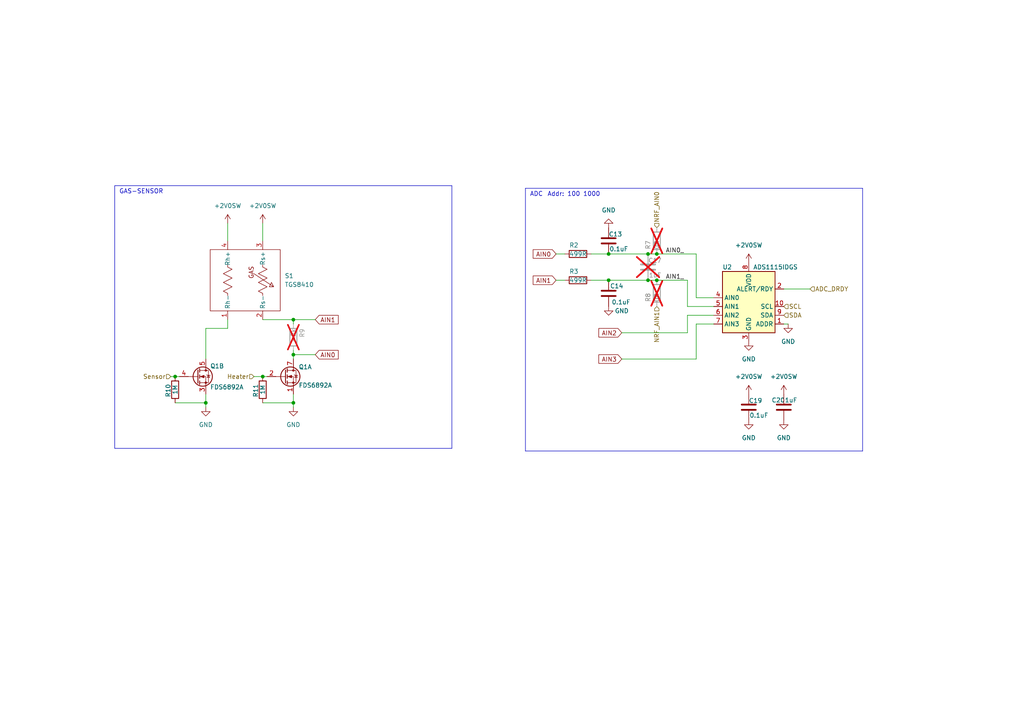
<source format=kicad_sch>
(kicad_sch (version 20231120) (generator "eeschema") (generator_version "8.0")
  (paper "A4")
  (lib_symbols
    (symbol "Analog_ADC:ADS1115IDGS"
      (property "Reference" "U" (at 2.54 13.97 0))
      (property "Value" "ADS1115IDGS" (at 7.62 11.43 0))
      (symbol "ADS1115IDGS_0_1"
        (rectangle (start -7.62 10.16) (end 7.62 -7.62) (stroke (width 0.254)) (fill (type background)))
      )
      (symbol "ADS1115IDGS_1_1"
        (pin input line (at 10.16 -5.08 180) (length 2.54) (name "ADDR") (number "1"))
        (pin input line (at 10.16 0 180) (length 2.54) (name "SCL") (number "10"))
        (pin output line (at 10.16 5.08 180) (length 2.54) (name "ALERT/RDY") (number "2"))
        (pin power_in line (at 0 -10.16 90) (length 2.54) (name "GND") (number "3"))
        (pin input line (at -10.16 2.54 0) (length 2.54) (name "AIN0") (number "4"))
        (pin input line (at -10.16 0 0) (length 2.54) (name "AIN1") (number "5"))
        (pin input line (at -10.16 -2.54 0) (length 2.54) (name "AIN2") (number "6"))
        (pin input line (at -10.16 -5.08 0) (length 2.54) (name "AIN3") (number "7"))
        (pin power_in line (at 0 12.7 270) (length 2.54) (name "VDD") (number "8"))
        (pin bidirectional line (at 10.16 -2.54 180) (length 2.54) (name "SDA") (number "9"))
      )
    )
    (symbol "Library:C" (pin_numbers hide) (pin_names (offset 0.254))
      (property "Reference" "C" (at 0.635 2.54 0))
      (property "Value" "C" (at 0.635 -2.54 0))
      (symbol "C_0_1"
        (polyline (pts (xy -2.032 -0.762) (xy 2.032 -0.762)) (stroke (width 0.508)))
        (polyline (pts (xy -2.032 0.762) (xy 2.032 0.762)) (stroke (width 0.508)))
      )
      (symbol "C_1_1"
        (pin passive line (at 0 3.81 270) (length 2.794) (name "~") (number "1"))
        (pin passive line (at 0 -3.81 90) (length 2.794) (name "~") (number "2"))
      )
    )
    (symbol "Library:R" (pin_numbers hide) (pin_names (offset 0))
      (property "Reference" "R" (at 2.032 0 90))
      (property "Value" "R" (at 0 0 90))
      (symbol "R_0_1"
        (rectangle (start -1.016 -2.54) (end 1.016 2.54) (stroke (width 0.254)))
      )
      (symbol "R_1_1"
        (pin passive line (at 0 3.81 270) (length 1.27) (name "~") (number "1"))
        (pin passive line (at 0 -3.81 90) (length 1.27) (name "~") (number "2"))
      )
    )
    (symbol "Methansense:TGS8410"
      (property "Reference" "S" (at -8.128 11.176 0))
      (property "Value" "TGS8410" (at 0 0 0))
      (symbol "TGS8410_0_1"
        (rectangle (start -8.89 10.16) (end 8.89 -10.16))
        (polyline (pts (xy -1.905 2.54) (xy 1.905 8.255) (xy 0.635 7.62) (xy 1.905 6.985) (xy 1.905 8.255)))
        (polyline (pts (xy -3.81 -5.08) (xy -4.445 -5.08) (xy -3.81 -5.08) (xy -3.81 -5.08) (xy -3.175 -3.81) (xy -1.905 -6.35) (xy -0.635 -3.81) (xy 0.635 -6.35) (xy 1.905 -3.81) (xy 3.175 -6.35) (xy 3.81 -5.08) (xy 3.81 -5.08) (xy 4.445 -5.08)))
        (polyline (pts (xy -3.81 5.08) (xy -4.445 5.08) (xy -3.81 5.08) (xy -3.81 5.08) (xy -3.175 6.35) (xy -1.905 3.81) (xy -0.635 6.35) (xy 0.635 3.81) (xy 1.905 6.35) (xy 3.175 3.81) (xy 3.81 5.08) (xy 3.81 5.08) (xy 4.445 5.08)))
      )
      (symbol "TGS8410_1_1"
        (text "GAS\n" (at -2.286 1.778 0) (effects (font (size 1.27 1.27))))
        (pin power_out line (at 11.43 -5.08 180) (length 2.54) (name "Rh-") (number "1"))
        (pin power_out line (at 11.43 5.08 180) (length 2.54) (name "Rs-") (number "2"))
        (pin power_in line (at -11.43 5.08 0) (length 2.54) (name "Rs+") (number "3"))
        (pin power_in line (at -11.43 -5.08 0) (length 2.54) (name "Rh+") (number "4"))
      )
    )
    (symbol "Transistor_FET:DMG9926USD" (pin_names hide)
      (property "Reference" "Q" (at 5.08 1.905 0))
      (property "Value" "FDS6892A" (at 5.08 0 0))
      (symbol "DMG9926USD_0_1"
        (polyline (pts (xy 0.254 0) (xy -2.54 0)))
        (polyline (pts (xy 0.254 1.905) (xy 0.254 -1.905)) (stroke (width 0.254)))
        (polyline (pts (xy 0.762 -1.27) (xy 0.762 -2.286)) (stroke (width 0.254)))
        (polyline (pts (xy 0.762 0.508) (xy 0.762 -0.508)) (stroke (width 0.254)))
        (polyline (pts (xy 0.762 2.286) (xy 0.762 1.27)) (stroke (width 0.254)))
        (polyline (pts (xy 2.54 2.54) (xy 2.54 1.778)))
        (polyline (pts (xy 2.54 -2.54) (xy 2.54 0) (xy 0.762 0)))
        (polyline (pts (xy 0.762 -1.778) (xy 3.302 -1.778) (xy 3.302 1.778) (xy 0.762 1.778)))
        (polyline (pts (xy 1.016 0) (xy 2.032 0.381) (xy 2.032 -0.381) (xy 1.016 0)) (fill (type outline)))
        (polyline (pts (xy 2.794 0.508) (xy 2.921 0.381) (xy 3.683 0.381) (xy 3.81 0.254)))
        (polyline (pts (xy 3.302 0.381) (xy 2.921 -0.254) (xy 3.683 -0.254) (xy 3.302 0.381)))
        (circle (center 1.651 0) (radius 2.794) (stroke (width 0.254)))
        (circle (center 2.54 -1.778) (radius 0.254) (fill (type outline)))
        (circle (center 2.54 1.778) (radius 0.254) (fill (type outline)))
      )
      (symbol "DMG9926USD_1_1"
        (pin passive line (at 2.54 -5.08 90) (length 2.54) (name "S1") (number "1"))
        (pin passive line (at -5.08 0 0) (length 2.54) (name "G1") (number "2"))
        (pin passive line (at 2.54 5.08 270) (length 2.54) (name "D1") (number "7"))
        (pin passive line (at 2.54 5.08 270) (length 2.54) hide (name "D1") (number "8"))
      )
      (symbol "DMG9926USD_2_1"
        (pin passive line (at 2.54 -5.08 90) (length 2.54) (name "S2") (number "3"))
        (pin passive line (at -5.08 0 0) (length 2.54) (name "G2") (number "4"))
        (pin passive line (at 2.54 5.08 270) (length 2.54) (name "D2") (number "5"))
        (pin passive line (at 2.54 5.08 270) (length 2.54) hide (name "D2") (number "6"))
      )
    )
    (symbol "power:+1V8" (power) (pin_numbers hide) (pin_names (offset 0) hide)
      (property "Value" "+1V8" (at 0 3.556 0))
      (symbol "+1V8_0_1"
        (polyline (pts (xy -0.762 1.27) (xy 0 2.54)))
        (polyline (pts (xy 0 0) (xy 0 2.54)))
        (polyline (pts (xy 0 2.54) (xy 0.762 1.27)))
      )
      (symbol "+1V8_1_1"
        (pin power_in line (at 0 0 90) (length 0) (name "~") (number "1"))
      )
    )
    (symbol "power:GND" (power) (pin_names (offset 0))
      (property "Value" "GND" (at 0 -3.81 0))
      (symbol "GND_0_1"
        (polyline (pts (xy 0 0) (xy 0 -1.27) (xy 1.27 -1.27) (xy 0 -2.54) (xy -1.27 -1.27) (xy 0 -1.27)))
      )
      (symbol "GND_1_1"
        (pin power_in line (at 0 0 270) (length 0) hide (name "GND") (number "1"))
      )
    )
  )
  (junction (at 85.09 92.71))
  (junction (at 176.53 81.28))
  (junction (at 50.8 109.22))
  (junction (at 59.69 116.84))
  (junction (at 85.09 116.84))
  (junction (at 190.5 81.28))
  (junction (at 176.53 73.66))
  (junction (at 187.96 73.66))
  (junction (at 187.96 81.28))
  (junction (at 76.2 109.22))
  (junction (at 190.5 73.66))
  (junction (at 85.09 102.87))
  (wire (pts (xy 85.09 92.71) (xy 76.2 92.71)))
  (polyline (pts (xy 152.4 54.61) (xy 152.4 130.81)))
  (wire (pts (xy 199.39 88.9) (xy 207.01 88.9)))
  (wire (pts (xy 201.93 93.98) (xy 201.93 104.14)))
  (wire (pts (xy 199.39 96.52) (xy 199.39 91.44)))
  (wire (pts (xy 66.04 95.25) (xy 66.04 92.71)))
  (polyline (pts (xy 131.064 53.848) (xy 33.274 53.848)))
  (wire (pts (xy 76.2 64.77) (xy 76.2 69.85)))
  (wire (pts (xy 73.66 109.22) (xy 76.2 109.22)))
  (wire (pts (xy 50.8 109.22) (xy 52.07 109.22)))
  (wire (pts (xy 228.6 93.98) (xy 227.33 93.98)))
  (polyline (pts (xy 250.19 130.81) (xy 152.4 130.81)))
  (wire (pts (xy 50.8 116.84) (xy 59.69 116.84)))
  (wire (pts (xy 161.29 73.66) (xy 163.83 73.66)))
  (wire (pts (xy 85.09 116.84) (xy 85.09 114.3)))
  (wire (pts (xy 199.39 91.44) (xy 207.01 91.44)))
  (wire (pts (xy 199.39 81.28) (xy 199.39 88.9)))
  (wire (pts (xy 190.5 81.28) (xy 199.39 81.28)))
  (wire (pts (xy 171.45 73.66) (xy 176.53 73.66)))
  (wire (pts (xy 176.53 73.66) (xy 187.96 73.66)))
  (wire (pts (xy 201.93 86.36) (xy 207.01 86.36)))
  (wire (pts (xy 49.53 109.22) (xy 50.8 109.22)))
  (wire (pts (xy 91.44 92.71) (xy 85.09 92.71)))
  (wire (pts (xy 207.01 93.98) (xy 201.93 93.98)))
  (wire (pts (xy 234.95 83.82) (xy 227.33 83.82)))
  (polyline (pts (xy 250.19 54.61) (xy 250.19 130.81)))
  (wire (pts (xy 176.53 81.28) (xy 187.96 81.28)))
  (wire (pts (xy 59.69 104.14) (xy 59.69 95.25)))
  (polyline (pts (xy 131.064 53.848) (xy 131.064 130.048)))
  (wire (pts (xy 201.93 73.66) (xy 201.93 86.36)))
  (wire (pts (xy 91.44 102.87) (xy 85.09 102.87)))
  (wire (pts (xy 161.29 81.28) (xy 163.83 81.28)))
  (wire (pts (xy 85.09 92.71) (xy 85.09 93.98)))
  (wire (pts (xy 66.04 64.77) (xy 66.04 69.85)))
  (polyline (pts (xy 33.274 53.848) (xy 33.274 130.048)))
  (wire (pts (xy 85.09 102.87) (xy 85.09 104.14)))
  (wire (pts (xy 180.34 104.14) (xy 201.93 104.14)))
  (wire (pts (xy 171.45 81.28) (xy 176.53 81.28)))
  (wire (pts (xy 59.69 116.84) (xy 59.69 114.3)))
  (wire (pts (xy 59.69 118.11) (xy 59.69 116.84)))
  (wire (pts (xy 85.09 101.6) (xy 85.09 102.87)))
  (wire (pts (xy 187.96 81.28) (xy 190.5 81.28)))
  (wire (pts (xy 76.2 109.22) (xy 77.47 109.22)))
  (wire (pts (xy 180.34 96.52) (xy 199.39 96.52)))
  (wire (pts (xy 187.96 73.66) (xy 190.5 73.66)))
  (polyline (pts (xy 250.19 54.61) (xy 152.4 54.61)))
  (wire (pts (xy 76.2 116.84) (xy 85.09 116.84)))
  (wire (pts (xy 190.5 73.66) (xy 201.93 73.66)))
  (polyline (pts (xy 131.064 130.048) (xy 33.274 130.048)))
  (wire (pts (xy 59.69 95.25) (xy 66.04 95.25)))
  (wire (pts (xy 85.09 118.11) (xy 85.09 116.84)))
  (text "ADC" (at 153.67 57.15 0) (effects (font (size 1.27 1.27)) (justify left bottom)))
  (text "Addr: 100 1000\n" (at 158.75 57.15 0) (effects (font (size 1.27 1.27)) (justify left bottom)))
  (text "GAS-SENSOR" (at 34.544 56.388 0) (effects (font (size 1.27 1.27)) (justify left bottom)))
  (label "AIN1_" (at 193.04 81.28 0))
  (label "AIN0_" (at 193.04 73.66 0))
  (global_label "AIN3" (shape input) (at 180.34 104.14 180) (property "Intersheetrefs" "${INTERSHEET_REFS}" (effects (hide yes))))
  (global_label "AIN1" (shape input) (at 91.44 92.71 0) (property "Intersheetrefs" "${INTERSHEET_REFS}" (effects (hide yes))))
  (global_label "AIN0" (shape input) (at 91.44 102.87 0) (property "Intersheetrefs" "${INTERSHEET_REFS}" (effects (hide yes))))
  (global_label "AIN1" (shape input) (at 161.29 81.28 180) (property "Intersheetrefs" "${INTERSHEET_REFS}" (effects (hide yes))))
  (global_label "AIN0" (shape input) (at 161.29 73.66 180) (property "Intersheetrefs" "${INTERSHEET_REFS}" (effects (hide yes))))
  (global_label "AIN2" (shape input) (at 180.34 96.52 180) (property "Intersheetrefs" "${INTERSHEET_REFS}" (effects (hide yes))))
  (hierarchical_label "NRF_AIN0" (shape input) (at 190.5 66.04 90))
  (hierarchical_label "SCL" (shape input) (at 227.33 88.9 0))
  (hierarchical_label "SDA" (shape input) (at 227.33 91.44 0))
  (hierarchical_label "Sensor" (shape input) (at 49.53 109.22 180))
  (hierarchical_label "ADC_DRDY" (shape input) (at 234.95 83.82 0))
  (hierarchical_label "Heater" (shape input) (at 73.66 109.22 180))
  (hierarchical_label "NRF_AIN1" (shape input) (at 190.5 88.9 270))
  (symbol (lib_id "Transistor_FET:DMG9926USD") (at 57.15 109.22 0) (unit 2)
    (property "Reference" "Q1" (at 60.96 106.172 0) (effects (justify left)))
    (property "Value" "FDS6892A" (at 60.96 112.268 0) (effects (justify left)))
    (property "Footprint" "Package_SO:SOIC-8_3.9x4.9mm_P1.27mm" (effects (hide yes)))
    (property "Datasheet" "https://www.onsemi.com/pub/Collateral/FDS6892A-D.pdf" (effects (hide yes)))
    (property "Description" "4.8A Id, 20V Vds, Dual N-Channel MOSFET , 37mOhm Ron, SO-8" (effects (hide yes)))
  )
  (symbol (lib_id "power:GND") (at 217.17 99.06 0) (unit 1)
    (property "Reference" "#PWR018" (effects (hide yes)))
    (property "Value" "GND" (at 217.17 104.14 0))
  )
  (symbol (lib_id "Library:C") (at 176.53 85.09 180) (unit 1)
    (property "Reference" "C14" (at 180.8338 82.9619 0) (effects (justify left)))
    (property "Value" "0.1uF" (at 182.88 87.63 0) (effects (justify left)))
    (property "Footprint" "Capacitor_SMD:C_0603_1608Metric" (effects (hide yes)))
    (property "LCSC Part #" "C307331" (effects (hide yes)))
  )
  (symbol (lib_id "power:+1V8") (at 66.04 64.77 0) (unit 1)
    (property "Reference" "#PWR032" (effects (hide yes)))
    (property "Value" "+2V0SW" (at 66.04 59.69 0))
    (property "Description" "Power symbol creates a global label with name \"+1V8\"" (effects (hide yes)))
  )
  (symbol (lib_id "power:+1V8") (at 217.17 114.3 0) (unit 1)
    (property "Reference" "#PWR021" (effects (hide yes)))
    (property "Value" "+2V0SW" (at 217.17 109.22 0))
    (property "Description" "Power symbol creates a global label with name \"+1V8\"" (effects (hide yes)))
  )
  (symbol (lib_id "Library:R") (at 190.5 69.85 0) (unit 1) (dnp yes)
    (property "Reference" "R7" (at 187.96 72.39 90) (effects (justify left)))
    (property "Value" "0R" (at 190.5 72.39 90) (effects (justify left)))
    (property "Footprint" "Resistor_SMD:R_0603_1608Metric" (effects (hide yes)))
    (property "LCSC Part #" "C25076" (effects (hide yes)))
  )
  (symbol (lib_id "Transistor_FET:DMG9926USD") (at 82.55 109.22 0) (unit 1)
    (property "Reference" "Q1" (at 86.614 106.426 0) (effects (justify left)))
    (property "Value" "FDS6892A" (at 86.614 111.76 0) (effects (justify left)))
    (property "Footprint" "Package_SO:SOIC-8_3.9x4.9mm_P1.27mm" (effects (hide yes)))
    (property "Datasheet" "https://www.onsemi.com/pub/Collateral/FDS6892A-D.pdf" (effects (hide yes)))
    (property "Description" "4.8A Id, 20V Vds, Dual N-Channel MOSFET , 37mOhm Ron, SO-8" (effects (hide yes)))
  )
  (symbol (lib_id "Library:C") (at 187.96 77.47 0) (unit 1) (dnp yes)
    (property "Reference" "C17" (at 187.9881 75.5594 0) (effects (justify left)))
    (property "Value" "1uF" (at 188.1604 79.8364 0) (effects (justify left)))
    (property "Footprint" "Capacitor_SMD:C_0603_1608Metric" (effects (hide yes)))
    (property "LCSC Part #" "C307331" (effects (hide yes)))
  )
  (symbol (lib_id "power:+1V8") (at 217.17 76.2 0) (unit 1)
    (property "Reference" "#PWR016" (effects (hide yes)))
    (property "Value" "+2V0SW" (at 217.17 71.12 0))
    (property "Description" "Power symbol creates a global label with name \"+1V8\"" (effects (hide yes)))
  )
  (symbol (lib_id "Library:C") (at 217.17 118.11 0) (unit 1)
    (property "Reference" "C19" (at 217.1981 116.1994 0) (effects (justify left)))
    (property "Value" "0.1uF" (at 217.3704 120.4764 0) (effects (justify left)))
    (property "Footprint" "Capacitor_SMD:C_0603_1608Metric" (effects (hide yes)))
    (property "LCSC Part #" "C307331" (effects (hide yes)))
  )
  (symbol (lib_id "power:GND") (at 176.53 88.9 0) (unit 1)
    (property "Reference" "#PWR05" (effects (hide yes)))
    (property "Value" "GND" (at 180.34 90.17 0))
  )
  (symbol (lib_id "power:+1V8") (at 76.2 64.77 0) (unit 1)
    (property "Reference" "#PWR039" (effects (hide yes)))
    (property "Value" "+2V0SW" (at 76.2 59.69 0))
    (property "Description" "Power symbol creates a global label with name \"+1V8\"" (effects (hide yes)))
  )
  (symbol (lib_id "Library:R") (at 76.2 113.03 180) (unit 1)
    (property "Reference" "R11" (at 74.168 113.284 90))
    (property "Value" "1M" (at 76.2 113.03 90))
    (property "Footprint" "Resistor_SMD:R_0603_1608Metric" (effects (hide yes)))
    (property "Description" "Resistor" (effects (hide yes)))
  )
  (symbol (lib_id "Analog_ADC:ADS1115IDGS") (at 217.17 88.9 0) (unit 1)
    (property "Reference" "U2" (at 209.55 77.47 0) (effects (justify left)))
    (property "Value" "ADS1115IDGS" (at 218.44 77.47 0) (effects (justify left)))
    (property "Footprint" "Package_SO:TSSOP-10_3x3mm_P0.5mm" (effects (hide yes)))
    (property "Datasheet" "http://www.ti.com/lit/ds/symlink/ads1113.pdf" (effects (hide yes)))
  )
  (symbol (lib_id "Library:R") (at 167.64 73.66 270) (unit 1)
    (property "Reference" "R2" (at 165.1 71.12 90) (effects (justify left)))
    (property "Value" "499R" (at 165.1 73.66 90) (effects (justify left)))
    (property "Footprint" "Resistor_SMD:R_0603_1608Metric" (effects (hide yes)))
    (property "LCSC Part #" "C25076" (effects (hide yes)))
  )
  (symbol (lib_id "power:GND") (at 85.09 118.11 0) (unit 1)
    (property "Reference" "#PWR038" (effects (hide yes)))
    (property "Value" "GND" (at 85.09 123.19 0))
  )
  (symbol (lib_id "power:GND") (at 176.53 66.04 180) (unit 1)
    (property "Reference" "#PWR01" (effects (hide yes)))
    (property "Value" "GND" (at 176.53 60.96 0))
  )
  (symbol (lib_id "power:GND") (at 59.69 118.11 0) (unit 1)
    (property "Reference" "#PWR037" (effects (hide yes)))
    (property "Value" "GND" (at 59.69 123.19 0))
  )
  (symbol (lib_id "power:+1V8") (at 227.33 114.3 0) (unit 1)
    (property "Reference" "#PWR035" (effects (hide yes)))
    (property "Value" "+2V0SW" (at 227.33 109.22 0))
    (property "Description" "Power symbol creates a global label with name \"+1V8\"" (effects (hide yes)))
  )
  (symbol (lib_id "Library:R") (at 85.09 97.79 180) (unit 1) (dnp yes)
    (property "Reference" "R9" (at 87.63 95.25 90) (effects (justify left)))
    (property "Value" "<2k" (at 85.09 95.25 90) (effects (justify left)))
    (property "Footprint" "Resistor_SMD:R_0603_1608Metric" (effects (hide yes)))
  )
  (symbol (lib_id "power:GND") (at 227.33 121.92 0) (unit 1)
    (property "Reference" "#PWR036" (effects (hide yes)))
    (property "Value" "GND" (at 227.33 127 0))
  )
  (symbol (lib_id "Library:C") (at 227.33 118.11 0) (unit 1)
    (property "Reference" "C20" (at 223.774 116.078 0) (effects (justify left)))
    (property "Value" "1uF" (at 227.584 116.078 0) (effects (justify left)))
    (property "Footprint" "Capacitor_SMD:C_0603_1608Metric" (effects (hide yes)))
    (property "LCSC Part #" "C307331" (effects (hide yes)))
  )
  (symbol (lib_id "power:GND") (at 217.17 121.92 0) (unit 1)
    (property "Reference" "#PWR030" (effects (hide yes)))
    (property "Value" "GND" (at 217.17 127 0))
  )
  (symbol (lib_id "Library:R") (at 50.8 113.03 180) (unit 1)
    (property "Reference" "R10" (at 48.768 113.284 90))
    (property "Value" "1M" (at 50.8 113.03 90))
    (property "Footprint" "Resistor_SMD:R_0603_1608Metric" (effects (hide yes)))
    (property "Description" "Resistor" (effects (hide yes)))
  )
  (symbol (lib_id "Library:C") (at 176.53 69.85 0) (unit 1)
    (property "Reference" "C13" (at 176.5581 67.9394 0) (effects (justify left)))
    (property "Value" "0.1uF" (at 176.7304 72.2164 0) (effects (justify left)))
    (property "Footprint" "Capacitor_SMD:C_0603_1608Metric" (effects (hide yes)))
    (property "LCSC Part #" "C307331" (effects (hide yes)))
  )
  (symbol (lib_id "Methansense:TGS8410") (at 71.12 81.28 270) (unit 1)
    (property "Reference" "S1" (at 82.55 80.0099 90) (effects (justify left)))
    (property "Value" "TGS8410" (at 82.55 82.5499 90) (effects (justify left)))
    (property "Footprint" "Methanesense:TGS8410" (effects (hide yes)))
    (property "Datasheet" "https://www.figarosensor.com/product/docs/tgs8410_product%20information%28fusa%29_rev05.pdf" (effects (hide yes)))
    (property "Description" "MOX gas sensor" (effects (hide yes)))
  )
  (symbol (lib_id "power:GND") (at 228.6 93.98 0) (unit 1)
    (property "Reference" "#PWR012" (effects (hide yes)))
    (property "Value" "GND" (at 228.6 99.06 0))
  )
  (symbol (lib_id "Library:R") (at 167.64 81.28 270) (unit 1)
    (property "Reference" "R3" (at 165.1 78.74 90) (effects (justify left)))
    (property "Value" "499R" (at 165.1 81.28 90) (effects (justify left)))
    (property "Footprint" "Resistor_SMD:R_0603_1608Metric" (effects (hide yes)))
    (property "LCSC Part #" "C25076" (effects (hide yes)))
  )
  (symbol (lib_id "Library:R") (at 190.5 85.09 0) (unit 1) (dnp yes)
    (property "Reference" "R8" (at 187.96 87.63 90) (effects (justify left)))
    (property "Value" "0R" (at 190.5 87.63 90) (effects (justify left)))
    (property "Footprint" "Resistor_SMD:R_0603_1608Metric" (effects (hide yes)))
    (property "LCSC Part #" "C25076" (effects (hide yes)))
  )
)
</source>
